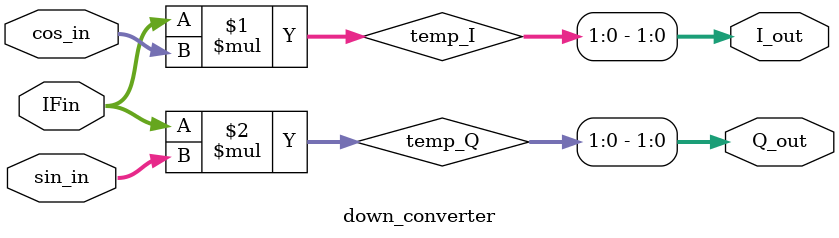
<source format=v>
module down_converter (
    input wire signed [1:0] IFin,
    input wire signed [1:0] cos_in,
    input wire signed [1:0] sin_in,
    output wire signed [1:0] I_out,
    output wire signed [1:0] Q_out
);
    wire signed [2:0] temp_I;
    wire signed [2:0] temp_Q;

    assign temp_I = IFin * cos_in;
    assign temp_Q = IFin * sin_in;

    assign I_out = temp_I[1:0];
    assign Q_out = temp_Q[1:0];

endmodule
</source>
